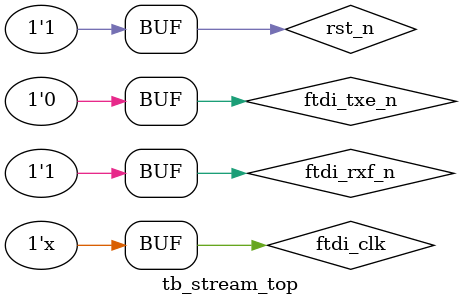
<source format=sv>
`timescale 1ns / 1ps

module tb_stream_top #(
    `include "tb_parameters.vh"
) ();

    reg ftdi_clk;
    reg rst_n;
    wire [3:0] LED;
    wire ftdi_resetn;
    wire ftdi_wakeupn;
    reg ftdi_rxf_n;
    reg ftdi_txe_n;
    wire ftdi_oe_n;
    wire ftdi_rd_n;
    wire ftdi_wr_n;
    //reg [15:0] reg_ftdi_data_to_module;
    //reg [15:0] reg_ftdi_data_from_module;
    //reg [15:0] reg_ftdi_data_i;
    wire [15:0] ftdi_data;
    //reg flag_ftdi_data_to_module;
    //reg [1:0] reg_ftdi_be_to_module;
    //reg [1:0] reg_ftdi_be_from_module;
    wire [1:0] ftdi_be;
    //reg flag_ftdi_be_to_module;

    //assign reg_ftdi_data_from_module = ftdi_data;
    //assign ftdi_data = (flag_ftdi_data_to_module==1'b1)? reg_ftdi_data_to_module : 16'hZZZZ;

    //assign reg_ftdi_be_from_module = ftdi_be;
    //assign ftdi_be = (flag_ftdi_be_to_module==1'b1)? reg_ftdi_be_to_module : 2'bZZ;


    always #FT600_CLK_PERIOD    ftdi_clk = ~ftdi_clk;

    ft600_stream_top ft600_stream_top (
    .rst_n(rst_n),
    .LED(LED),
    .ftdi_resetn(ftdi_resetn),   
    .ftdi_wakeupn(ftdi_wakeupn),
    .ftdi_clk(ftdi_clk),
    .ftdi_rxf_n(ftdi_rxf_n),   
    .ftdi_txe_n(ftdi_txe_n),   
    .ftdi_oe_n(ftdi_oe_n),    
    .ftdi_rd_n(ftdi_rd_n),    
    .ftdi_wr_n(ftdi_wr_n),    
    .ftdi_data(ftdi_data),   
    .ftdi_be(ftdi_be)
    );

    initial begin
        ftdi_clk = 1'b0;
        rst_n = 1'b0;
        ftdi_txe_n = 1'b1;
        ftdi_rxf_n = 1'b1;
        
        #15
        rst_n = 1'b1;
        #5
        ftdi_txe_n = 1'b0;

        //#50

        //ftdi_txe_n = 1'b1;
        //rst_n = 1'b1;

        //$display("end testbench");
        //$finish;
    end

endmodule
</source>
